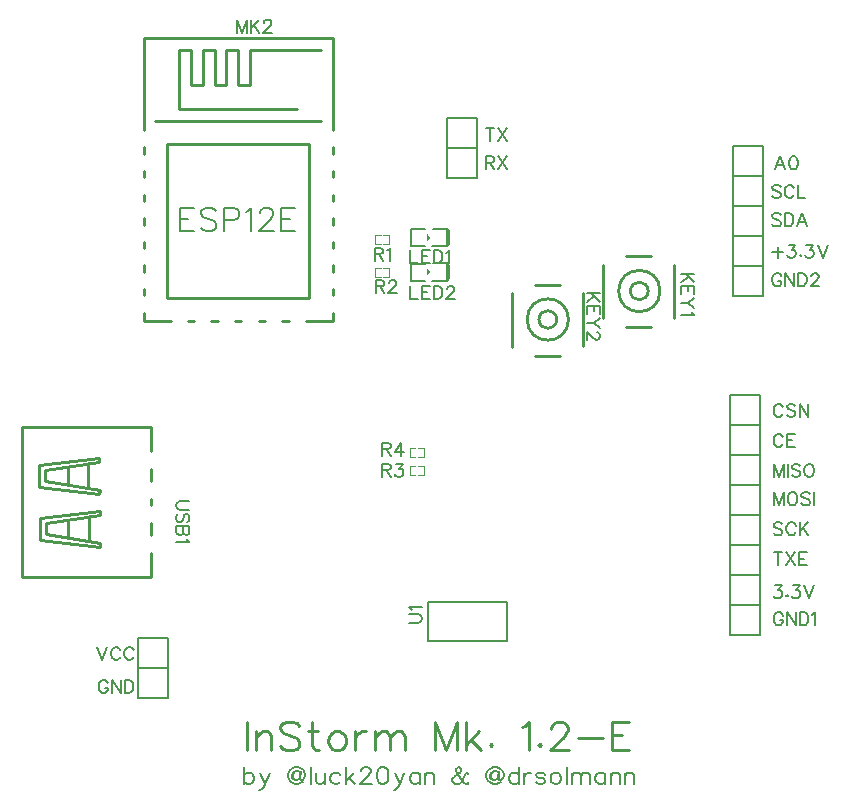
<source format=gto>
G04 Layer: TopSilkLayer*
G04 EasyEDA v6.3.43, 2020-06-06T13:29:47+03:00*
G04 6caa89d52f454e228c8c87a2f34c76c4,a7937f01353d4e2e93d7d76370f53aae,10*
G04 Gerber Generator version 0.2*
G04 Scale: 100 percent, Rotated: No, Reflected: No *
G04 Dimensions in inches *
G04 leading zeros omitted , absolute positions ,2 integer and 4 decimal *
%FSLAX24Y24*%
%MOIN*%
G90*
G70D02*

%ADD10C,0.010000*%
%ADD26C,0.008000*%
%ADD27C,0.007992*%
%ADD28C,0.005906*%
%ADD29C,0.007900*%
%ADD30C,0.003937*%
%ADD31C,0.006000*%

%LPD*%
G54D26*
G01X24750Y21150D02*
G01X23750Y21150D01*
G01X23750Y22150D01*
G01X24750Y22150D01*
G01X24750Y21400D01*
G54D27*
G01X24750Y21150D02*
G01X24750Y21400D01*
G54D10*
G01X4334Y9199D02*
G01X4334Y9599D01*
G01X4334Y11400D02*
G01X4334Y11000D01*
G01X4334Y10400D02*
G01X4334Y10200D01*
G01X4334Y12000D02*
G01X4334Y12800D01*
G01X34Y12800D01*
G01X34Y7800D01*
G01X4334Y7800D01*
G01X4334Y8600D01*
G01X2614Y10559D02*
G01X2634Y10680D01*
G01X824Y10989D01*
G01X824Y11359D01*
G01X2621Y11617D01*
G01X2611Y11748D01*
G01X624Y11519D01*
G01X624Y10789D01*
G01X2614Y10559D01*
G01X2254Y11580D02*
G01X2254Y10759D01*
G01X1564Y11450D02*
G01X1564Y10880D01*
G01X1584Y9689D02*
G01X1584Y9119D01*
G01X2274Y9819D02*
G01X2274Y9000D01*
G01X2634Y8800D02*
G01X644Y9030D01*
G01X644Y9759D01*
G01X2631Y9988D01*
G01X2641Y9857D01*
G01X844Y9600D01*
G01X844Y9230D01*
G01X2654Y8919D01*
G01X2634Y8800D01*
G54D28*
G01X13745Y19387D02*
G01X14198Y19387D01*
G01X14198Y18816D01*
G01X13726Y18816D01*
G01X13482Y18812D02*
G01X12994Y18812D01*
G01X12994Y19383D01*
G01X13482Y19383D01*
G01X14198Y19387D02*
G01X14210Y19387D01*
G01X14289Y19308D01*
G01X14289Y18907D01*
G01X14277Y18895D01*
G01X14198Y18816D01*
G01X13745Y18237D02*
G01X14198Y18237D01*
G01X14198Y17666D01*
G01X13726Y17666D01*
G01X13482Y17662D02*
G01X12994Y17662D01*
G01X12994Y18233D01*
G01X13482Y18233D01*
G01X14198Y18237D02*
G01X14210Y18237D01*
G01X14289Y18158D01*
G01X14289Y17757D01*
G01X14277Y17745D01*
G01X14198Y17666D01*
G54D10*
G01X21783Y18195D02*
G01X21783Y16433D01*
G01X21013Y16118D02*
G01X20190Y16118D01*
G01X21013Y18481D02*
G01X20190Y18481D01*
G01X19420Y18195D02*
G01X19420Y16404D01*
G01X18733Y17245D02*
G01X18733Y15483D01*
G01X17963Y15168D02*
G01X17140Y15168D01*
G01X17963Y17531D02*
G01X17140Y17531D01*
G01X16370Y17245D02*
G01X16370Y15454D01*
G54D29*
G01X13579Y6940D02*
G01X16217Y6940D01*
G01X16217Y5661D01*
G01X13579Y5661D01*
G01X13579Y6940D01*
G54D30*
G01X12286Y18900D02*
G01X12089Y18900D01*
G01X12286Y18900D02*
G01X12286Y19199D01*
G01X12286Y19199D02*
G01X12089Y19199D01*
G01X12010Y19199D02*
G01X11814Y19199D01*
G01X11814Y18900D02*
G01X11814Y19199D01*
G01X12010Y18900D02*
G01X11814Y18900D01*
G01X12286Y17800D02*
G01X12089Y17800D01*
G01X12286Y17800D02*
G01X12286Y18099D01*
G01X12286Y18099D02*
G01X12089Y18099D01*
G01X12010Y18099D02*
G01X11814Y18099D01*
G01X11814Y17800D02*
G01X11814Y18099D01*
G01X12010Y17800D02*
G01X11814Y17800D01*
G01X13436Y11200D02*
G01X13239Y11200D01*
G01X13436Y11200D02*
G01X13436Y11499D01*
G01X13436Y11499D02*
G01X13239Y11499D01*
G01X13160Y11499D02*
G01X12964Y11499D01*
G01X12964Y11200D02*
G01X12964Y11499D01*
G01X13160Y11200D02*
G01X12964Y11200D01*
G01X13436Y11800D02*
G01X13239Y11800D01*
G01X13436Y11800D02*
G01X13436Y12099D01*
G01X13436Y12099D02*
G01X13239Y12099D01*
G01X13160Y12099D02*
G01X12964Y12099D01*
G01X12964Y11800D02*
G01X12964Y12099D01*
G01X13160Y11800D02*
G01X12964Y11800D01*
G54D10*
G01X10399Y25752D02*
G01X4100Y25752D01*
G01X4493Y22996D02*
G01X10005Y22996D01*
G01X9218Y23389D02*
G01X5281Y23389D01*
G01X5281Y25358D01*
G01X5674Y25358D01*
G01X5674Y24177D01*
G01X6068Y24177D01*
G01X6068Y25358D01*
G01X6462Y25358D01*
G01X6462Y24177D01*
G01X6856Y24177D01*
G01X6856Y25358D01*
G01X7249Y25358D01*
G01X7249Y24177D01*
G01X7643Y24177D01*
G01X7643Y25358D01*
G01X10005Y25358D01*
G01X4887Y22208D02*
G01X4887Y17090D01*
G01X9611Y17090D01*
G01X9611Y22208D01*
G01X4887Y22208D01*
G01X10399Y16303D02*
G01X9505Y16303D01*
G01X8929Y16303D02*
G01X8718Y16303D01*
G01X8142Y16303D02*
G01X7930Y16303D01*
G01X7355Y16303D02*
G01X7143Y16303D01*
G01X6567Y16303D02*
G01X6356Y16303D01*
G01X5780Y16303D02*
G01X5569Y16303D01*
G01X4994Y16303D02*
G01X4100Y16303D01*
G01X4100Y16303D02*
G01X4100Y16597D01*
G01X4100Y17173D02*
G01X4100Y17384D01*
G01X4100Y17960D02*
G01X4100Y18172D01*
G01X4100Y18748D02*
G01X4100Y18959D01*
G01X4100Y19535D02*
G01X4100Y19747D01*
G01X4100Y20322D02*
G01X4100Y20534D01*
G01X4100Y21110D02*
G01X4100Y21321D01*
G01X4100Y21897D02*
G01X4100Y22109D01*
G01X4100Y22685D02*
G01X4100Y25752D01*
G01X10399Y25752D02*
G01X10399Y22685D01*
G01X10399Y22109D02*
G01X10399Y21897D01*
G01X10399Y21322D02*
G01X10399Y21110D01*
G01X10399Y20534D02*
G01X10399Y20322D01*
G01X10399Y19747D02*
G01X10399Y19535D01*
G01X10399Y18959D02*
G01X10399Y18748D01*
G01X10399Y18172D02*
G01X10399Y17960D01*
G01X10399Y17385D02*
G01X10399Y17173D01*
G01X10399Y16597D02*
G01X10399Y16337D01*
G54D26*
G01X24750Y17150D02*
G01X23750Y17150D01*
G01X23750Y18150D01*
G01X24750Y18150D01*
G01X24750Y17400D01*
G54D27*
G01X24750Y17150D02*
G01X24750Y17400D01*
G54D26*
G01X24750Y19150D02*
G01X23750Y19150D01*
G01X23750Y20150D01*
G01X24750Y20150D01*
G01X24750Y19400D01*
G54D27*
G01X24750Y19150D02*
G01X24750Y19400D01*
G54D26*
G01X24750Y20150D02*
G01X23750Y20150D01*
G01X23750Y21150D01*
G01X24750Y21150D01*
G01X24750Y20400D01*
G54D27*
G01X24750Y20150D02*
G01X24750Y20400D01*
G54D26*
G01X15200Y21100D02*
G01X14200Y21100D01*
G01X14200Y22100D01*
G01X15200Y22100D01*
G01X15200Y21350D01*
G54D27*
G01X15200Y21100D02*
G01X15200Y21350D01*
G54D26*
G01X15200Y22100D02*
G01X14200Y22100D01*
G01X14200Y23100D01*
G01X15200Y23100D01*
G01X15200Y22350D01*
G54D27*
G01X15200Y22100D02*
G01X15200Y22350D01*
G54D26*
G01X24750Y18150D02*
G01X23750Y18150D01*
G01X23750Y19150D01*
G01X24750Y19150D01*
G01X24750Y18400D01*
G54D27*
G01X24750Y18150D02*
G01X24750Y18400D01*
G54D26*
G01X24652Y10850D02*
G01X23652Y10850D01*
G01X23652Y11850D01*
G01X24652Y11850D01*
G01X24652Y11100D01*
G54D27*
G01X24652Y10850D02*
G01X24652Y11100D01*
G54D26*
G01X24652Y8850D02*
G01X23652Y8850D01*
G01X23652Y9850D01*
G01X24652Y9850D01*
G01X24652Y9100D01*
G54D27*
G01X24652Y8850D02*
G01X24652Y9100D01*
G54D26*
G01X24650Y11850D02*
G01X23650Y11850D01*
G01X23650Y12850D01*
G01X24650Y12850D01*
G01X24650Y12100D01*
G54D27*
G01X24650Y11850D02*
G01X24650Y12100D01*
G54D26*
G01X24650Y6850D02*
G01X23650Y6850D01*
G01X23650Y7850D01*
G01X24650Y7850D01*
G01X24650Y7100D01*
G54D27*
G01X24650Y6850D02*
G01X24650Y7100D01*
G54D26*
G01X24650Y5850D02*
G01X23650Y5850D01*
G01X23650Y6850D01*
G01X24650Y6850D01*
G01X24650Y6100D01*
G54D27*
G01X24650Y5850D02*
G01X24650Y6100D01*
G54D26*
G01X24650Y12850D02*
G01X23650Y12850D01*
G01X23650Y13850D01*
G01X24650Y13850D01*
G01X24650Y13100D01*
G54D27*
G01X24650Y12850D02*
G01X24650Y13100D01*
G54D26*
G01X24652Y9850D02*
G01X23652Y9850D01*
G01X23652Y10850D01*
G01X24652Y10850D01*
G01X24652Y10100D01*
G54D27*
G01X24652Y9850D02*
G01X24652Y10100D01*
G54D26*
G01X24652Y7850D02*
G01X23652Y7850D01*
G01X23652Y8850D01*
G01X24652Y8850D01*
G01X24652Y8100D01*
G54D27*
G01X24652Y7850D02*
G01X24652Y8100D01*
G54D26*
G01X4900Y3750D02*
G01X3900Y3750D01*
G01X3900Y4750D01*
G01X4900Y4750D01*
G01X4900Y4000D01*
G54D27*
G01X4900Y3750D02*
G01X4900Y4000D01*
G54D26*
G01X4900Y4750D02*
G01X3900Y4750D01*
G01X3900Y5750D01*
G01X4900Y5750D01*
G01X4900Y5000D01*
G54D27*
G01X4900Y4750D02*
G01X4900Y5000D01*
G54D10*
G01X7550Y2959D02*
G01X7550Y2005D01*
G01X7850Y2640D02*
G01X7850Y2005D01*
G01X7850Y2459D02*
G01X7987Y2594D01*
G01X8078Y2640D01*
G01X8214Y2640D01*
G01X8305Y2594D01*
G01X8350Y2459D01*
G01X8350Y2005D01*
G01X9287Y2823D02*
G01X9196Y2913D01*
G01X9059Y2959D01*
G01X8878Y2959D01*
G01X8741Y2913D01*
G01X8650Y2823D01*
G01X8650Y2732D01*
G01X8696Y2640D01*
G01X8741Y2594D01*
G01X8832Y2550D01*
G01X9105Y2459D01*
G01X9196Y2413D01*
G01X9241Y2367D01*
G01X9287Y2276D01*
G01X9287Y2140D01*
G01X9196Y2050D01*
G01X9059Y2005D01*
G01X8878Y2005D01*
G01X8741Y2050D01*
G01X8650Y2140D01*
G01X9723Y2959D02*
G01X9723Y2186D01*
G01X9768Y2050D01*
G01X9859Y2005D01*
G01X9950Y2005D01*
G01X9587Y2640D02*
G01X9905Y2640D01*
G01X10478Y2640D02*
G01X10387Y2594D01*
G01X10296Y2505D01*
G01X10250Y2367D01*
G01X10250Y2276D01*
G01X10296Y2140D01*
G01X10387Y2050D01*
G01X10478Y2005D01*
G01X10614Y2005D01*
G01X10705Y2050D01*
G01X10796Y2140D01*
G01X10841Y2276D01*
G01X10841Y2367D01*
G01X10796Y2505D01*
G01X10705Y2594D01*
G01X10614Y2640D01*
G01X10478Y2640D01*
G01X11141Y2640D02*
G01X11141Y2005D01*
G01X11141Y2367D02*
G01X11187Y2505D01*
G01X11278Y2594D01*
G01X11368Y2640D01*
G01X11505Y2640D01*
G01X11805Y2640D02*
G01X11805Y2005D01*
G01X11805Y2459D02*
G01X11941Y2594D01*
G01X12032Y2640D01*
G01X12168Y2640D01*
G01X12259Y2594D01*
G01X12305Y2459D01*
G01X12305Y2005D01*
G01X12305Y2459D02*
G01X12441Y2594D01*
G01X12532Y2640D01*
G01X12668Y2640D01*
G01X12759Y2594D01*
G01X12805Y2459D01*
G01X12805Y2005D01*
G01X13805Y2959D02*
G01X13805Y2005D01*
G01X13805Y2959D02*
G01X14168Y2005D01*
G01X14532Y2959D02*
G01X14168Y2005D01*
G01X14532Y2959D02*
G01X14532Y2005D01*
G01X14832Y2959D02*
G01X14832Y2005D01*
G01X15287Y2640D02*
G01X14832Y2186D01*
G01X15014Y2367D02*
G01X15332Y2005D01*
G01X15678Y2232D02*
G01X15632Y2186D01*
G01X15678Y2140D01*
G01X15723Y2186D01*
G01X15678Y2232D01*
G01X16723Y2776D02*
G01X16814Y2823D01*
G01X16950Y2959D01*
G01X16950Y2005D01*
G01X17296Y2232D02*
G01X17250Y2186D01*
G01X17296Y2140D01*
G01X17341Y2186D01*
G01X17296Y2232D01*
G01X17687Y2732D02*
G01X17687Y2776D01*
G01X17732Y2867D01*
G01X17778Y2913D01*
G01X17868Y2959D01*
G01X18050Y2959D01*
G01X18141Y2913D01*
G01X18187Y2867D01*
G01X18232Y2776D01*
G01X18232Y2686D01*
G01X18187Y2594D01*
G01X18096Y2459D01*
G01X17641Y2005D01*
G01X18278Y2005D01*
G01X18578Y2413D02*
G01X19396Y2413D01*
G01X19696Y2959D02*
G01X19696Y2005D01*
G01X19696Y2959D02*
G01X20287Y2959D01*
G01X19696Y2505D02*
G01X20059Y2505D01*
G01X19696Y2005D02*
G01X20287Y2005D01*
G54D31*
G01X7450Y1455D02*
G01X7450Y882D01*
G01X7450Y1182D02*
G01X7505Y1236D01*
G01X7559Y1265D01*
G01X7641Y1265D01*
G01X7696Y1236D01*
G01X7750Y1182D01*
G01X7778Y1101D01*
G01X7778Y1046D01*
G01X7750Y965D01*
G01X7696Y909D01*
G01X7641Y882D01*
G01X7559Y882D01*
G01X7505Y909D01*
G01X7450Y965D01*
G01X7985Y1265D02*
G01X8148Y882D01*
G01X8312Y1265D02*
G01X8148Y882D01*
G01X8094Y773D01*
G01X8039Y719D01*
G01X7985Y692D01*
G01X7958Y692D01*
G01X9321Y1236D02*
G01X9294Y1292D01*
G01X9239Y1319D01*
G01X9158Y1319D01*
G01X9103Y1292D01*
G01X9076Y1265D01*
G01X9048Y1182D01*
G01X9048Y1101D01*
G01X9076Y1046D01*
G01X9130Y1019D01*
G01X9212Y1019D01*
G01X9267Y1046D01*
G01X9294Y1101D01*
G01X9158Y1319D02*
G01X9103Y1265D01*
G01X9076Y1182D01*
G01X9076Y1101D01*
G01X9103Y1046D01*
G01X9130Y1019D01*
G01X9321Y1319D02*
G01X9294Y1101D01*
G01X9294Y1046D01*
G01X9348Y1019D01*
G01X9403Y1019D01*
G01X9458Y1073D01*
G01X9485Y1155D01*
G01X9485Y1209D01*
G01X9458Y1292D01*
G01X9430Y1346D01*
G01X9376Y1401D01*
G01X9321Y1428D01*
G01X9239Y1455D01*
G01X9158Y1455D01*
G01X9076Y1428D01*
G01X9021Y1401D01*
G01X8967Y1346D01*
G01X8939Y1292D01*
G01X8912Y1209D01*
G01X8912Y1128D01*
G01X8939Y1046D01*
G01X8967Y992D01*
G01X9021Y936D01*
G01X9076Y909D01*
G01X9158Y882D01*
G01X9239Y882D01*
G01X9321Y909D01*
G01X9376Y936D01*
G01X9403Y965D01*
G01X9348Y1319D02*
G01X9321Y1101D01*
G01X9321Y1046D01*
G01X9348Y1019D01*
G01X9665Y1455D02*
G01X9665Y882D01*
G01X9845Y1265D02*
G01X9845Y992D01*
G01X9872Y909D01*
G01X9927Y882D01*
G01X10008Y882D01*
G01X10063Y909D01*
G01X10145Y992D01*
G01X10145Y1265D02*
G01X10145Y882D01*
G01X10652Y1182D02*
G01X10598Y1236D01*
G01X10543Y1265D01*
G01X10461Y1265D01*
G01X10407Y1236D01*
G01X10352Y1182D01*
G01X10325Y1101D01*
G01X10325Y1046D01*
G01X10352Y965D01*
G01X10407Y909D01*
G01X10461Y882D01*
G01X10543Y882D01*
G01X10598Y909D01*
G01X10652Y965D01*
G01X10832Y1455D02*
G01X10832Y882D01*
G01X11105Y1265D02*
G01X10832Y992D01*
G01X10941Y1101D02*
G01X11132Y882D01*
G01X11339Y1319D02*
G01X11339Y1346D01*
G01X11367Y1401D01*
G01X11394Y1428D01*
G01X11448Y1455D01*
G01X11558Y1455D01*
G01X11612Y1428D01*
G01X11639Y1401D01*
G01X11667Y1346D01*
G01X11667Y1292D01*
G01X11639Y1236D01*
G01X11585Y1155D01*
G01X11312Y882D01*
G01X11694Y882D01*
G01X12038Y1455D02*
G01X11956Y1428D01*
G01X11901Y1346D01*
G01X11874Y1209D01*
G01X11874Y1128D01*
G01X11901Y992D01*
G01X11956Y909D01*
G01X12038Y882D01*
G01X12092Y882D01*
G01X12174Y909D01*
G01X12228Y992D01*
G01X12256Y1128D01*
G01X12256Y1209D01*
G01X12228Y1346D01*
G01X12174Y1428D01*
G01X12092Y1455D01*
G01X12038Y1455D01*
G01X12463Y1265D02*
G01X12627Y882D01*
G01X12790Y1265D02*
G01X12627Y882D01*
G01X12572Y773D01*
G01X12518Y719D01*
G01X12463Y692D01*
G01X12436Y692D01*
G01X13298Y1265D02*
G01X13298Y882D01*
G01X13298Y1182D02*
G01X13243Y1236D01*
G01X13188Y1265D01*
G01X13107Y1265D01*
G01X13052Y1236D01*
G01X12998Y1182D01*
G01X12970Y1101D01*
G01X12970Y1046D01*
G01X12998Y965D01*
G01X13052Y909D01*
G01X13107Y882D01*
G01X13188Y882D01*
G01X13243Y909D01*
G01X13298Y965D01*
G01X13478Y1265D02*
G01X13478Y882D01*
G01X13478Y1155D02*
G01X13559Y1236D01*
G01X13614Y1265D01*
G01X13696Y1265D01*
G01X13750Y1236D01*
G01X13778Y1155D01*
G01X13778Y882D01*
G01X14923Y1209D02*
G01X14923Y1236D01*
G01X14896Y1265D01*
G01X14868Y1265D01*
G01X14841Y1236D01*
G01X14814Y1182D01*
G01X14759Y1046D01*
G01X14705Y965D01*
G01X14650Y909D01*
G01X14596Y882D01*
G01X14487Y882D01*
G01X14432Y909D01*
G01X14405Y936D01*
G01X14378Y992D01*
G01X14378Y1046D01*
G01X14405Y1101D01*
G01X14432Y1128D01*
G01X14623Y1236D01*
G01X14650Y1265D01*
G01X14678Y1319D01*
G01X14678Y1373D01*
G01X14650Y1428D01*
G01X14596Y1455D01*
G01X14541Y1428D01*
G01X14514Y1373D01*
G01X14514Y1319D01*
G01X14541Y1236D01*
G01X14596Y1155D01*
G01X14732Y965D01*
G01X14787Y909D01*
G01X14841Y882D01*
G01X14896Y882D01*
G01X14923Y909D01*
G01X14923Y936D01*
G01X15932Y1236D02*
G01X15905Y1292D01*
G01X15850Y1319D01*
G01X15768Y1319D01*
G01X15714Y1292D01*
G01X15687Y1265D01*
G01X15659Y1182D01*
G01X15659Y1101D01*
G01X15687Y1046D01*
G01X15741Y1019D01*
G01X15823Y1019D01*
G01X15878Y1046D01*
G01X15905Y1101D01*
G01X15768Y1319D02*
G01X15714Y1265D01*
G01X15687Y1182D01*
G01X15687Y1101D01*
G01X15714Y1046D01*
G01X15741Y1019D01*
G01X15932Y1319D02*
G01X15905Y1101D01*
G01X15905Y1046D01*
G01X15959Y1019D01*
G01X16014Y1019D01*
G01X16068Y1073D01*
G01X16096Y1155D01*
G01X16096Y1209D01*
G01X16068Y1292D01*
G01X16041Y1346D01*
G01X15987Y1401D01*
G01X15932Y1428D01*
G01X15850Y1455D01*
G01X15768Y1455D01*
G01X15687Y1428D01*
G01X15632Y1401D01*
G01X15578Y1346D01*
G01X15550Y1292D01*
G01X15523Y1209D01*
G01X15523Y1128D01*
G01X15550Y1046D01*
G01X15578Y992D01*
G01X15632Y936D01*
G01X15687Y909D01*
G01X15768Y882D01*
G01X15850Y882D01*
G01X15932Y909D01*
G01X15987Y936D01*
G01X16014Y965D01*
G01X15959Y1319D02*
G01X15932Y1101D01*
G01X15932Y1046D01*
G01X15959Y1019D01*
G01X16603Y1455D02*
G01X16603Y882D01*
G01X16603Y1182D02*
G01X16548Y1236D01*
G01X16494Y1265D01*
G01X16412Y1265D01*
G01X16358Y1236D01*
G01X16303Y1182D01*
G01X16276Y1101D01*
G01X16276Y1046D01*
G01X16303Y965D01*
G01X16358Y909D01*
G01X16412Y882D01*
G01X16494Y882D01*
G01X16548Y909D01*
G01X16603Y965D01*
G01X16783Y1265D02*
G01X16783Y882D01*
G01X16783Y1101D02*
G01X16810Y1182D01*
G01X16865Y1236D01*
G01X16919Y1265D01*
G01X17001Y1265D01*
G01X17481Y1182D02*
G01X17454Y1236D01*
G01X17372Y1265D01*
G01X17290Y1265D01*
G01X17208Y1236D01*
G01X17181Y1182D01*
G01X17208Y1128D01*
G01X17263Y1101D01*
G01X17399Y1073D01*
G01X17454Y1046D01*
G01X17481Y992D01*
G01X17481Y965D01*
G01X17454Y909D01*
G01X17372Y882D01*
G01X17290Y882D01*
G01X17208Y909D01*
G01X17181Y965D01*
G01X17798Y1265D02*
G01X17743Y1236D01*
G01X17688Y1182D01*
G01X17661Y1101D01*
G01X17661Y1046D01*
G01X17688Y965D01*
G01X17743Y909D01*
G01X17798Y882D01*
G01X17879Y882D01*
G01X17934Y909D01*
G01X17988Y965D01*
G01X18016Y1046D01*
G01X18016Y1101D01*
G01X17988Y1182D01*
G01X17934Y1236D01*
G01X17879Y1265D01*
G01X17798Y1265D01*
G01X18196Y1455D02*
G01X18196Y882D01*
G01X18376Y1265D02*
G01X18376Y882D01*
G01X18376Y1155D02*
G01X18458Y1236D01*
G01X18512Y1265D01*
G01X18594Y1265D01*
G01X18648Y1236D01*
G01X18676Y1155D01*
G01X18676Y882D01*
G01X18676Y1155D02*
G01X18758Y1236D01*
G01X18812Y1265D01*
G01X18894Y1265D01*
G01X18948Y1236D01*
G01X18976Y1155D01*
G01X18976Y882D01*
G01X19483Y1265D02*
G01X19483Y882D01*
G01X19483Y1182D02*
G01X19428Y1236D01*
G01X19374Y1265D01*
G01X19292Y1265D01*
G01X19238Y1236D01*
G01X19183Y1182D01*
G01X19156Y1101D01*
G01X19156Y1046D01*
G01X19183Y965D01*
G01X19238Y909D01*
G01X19292Y882D01*
G01X19374Y882D01*
G01X19428Y909D01*
G01X19483Y965D01*
G01X19663Y1265D02*
G01X19663Y882D01*
G01X19663Y1155D02*
G01X19745Y1236D01*
G01X19799Y1265D01*
G01X19881Y1265D01*
G01X19936Y1236D01*
G01X19963Y1155D01*
G01X19963Y882D01*
G01X20143Y1265D02*
G01X20143Y882D01*
G01X20143Y1155D02*
G01X20225Y1236D01*
G01X20279Y1265D01*
G01X20361Y1265D01*
G01X20416Y1236D01*
G01X20443Y1155D01*
G01X20443Y882D01*
G01X25314Y21803D02*
G01X25150Y21375D01*
G01X25314Y21803D02*
G01X25478Y21375D01*
G01X25212Y21517D02*
G01X25416Y21517D01*
G01X25735Y21803D02*
G01X25674Y21784D01*
G01X25633Y21721D01*
G01X25613Y21619D01*
G01X25613Y21559D01*
G01X25633Y21455D01*
G01X25674Y21394D01*
G01X25735Y21375D01*
G01X25776Y21375D01*
G01X25838Y21394D01*
G01X25878Y21455D01*
G01X25899Y21559D01*
G01X25899Y21619D01*
G01X25878Y21721D01*
G01X25838Y21784D01*
G01X25776Y21803D01*
G01X25735Y21803D01*
G01X5620Y10319D02*
G01X5313Y10319D01*
G01X5252Y10299D01*
G01X5211Y10258D01*
G01X5191Y10196D01*
G01X5191Y10155D01*
G01X5211Y10094D01*
G01X5252Y10053D01*
G01X5313Y10033D01*
G01X5620Y10033D01*
G01X5559Y9611D02*
G01X5600Y9652D01*
G01X5620Y9714D01*
G01X5620Y9795D01*
G01X5600Y9857D01*
G01X5559Y9898D01*
G01X5518Y9898D01*
G01X5477Y9877D01*
G01X5456Y9857D01*
G01X5436Y9816D01*
G01X5395Y9693D01*
G01X5375Y9652D01*
G01X5354Y9632D01*
G01X5313Y9611D01*
G01X5252Y9611D01*
G01X5211Y9652D01*
G01X5191Y9714D01*
G01X5191Y9795D01*
G01X5211Y9857D01*
G01X5252Y9898D01*
G01X5620Y9476D02*
G01X5191Y9476D01*
G01X5620Y9476D02*
G01X5620Y9292D01*
G01X5600Y9231D01*
G01X5579Y9210D01*
G01X5538Y9190D01*
G01X5497Y9190D01*
G01X5456Y9210D01*
G01X5436Y9231D01*
G01X5416Y9292D01*
G01X5416Y9476D02*
G01X5416Y9292D01*
G01X5395Y9231D01*
G01X5375Y9210D01*
G01X5334Y9190D01*
G01X5272Y9190D01*
G01X5231Y9210D01*
G01X5211Y9231D01*
G01X5191Y9292D01*
G01X5191Y9476D01*
G01X5538Y9055D02*
G01X5559Y9014D01*
G01X5620Y8953D01*
G01X5191Y8953D01*
G01X12984Y18678D02*
G01X12984Y18250D01*
G01X12984Y18250D02*
G01X13229Y18250D01*
G01X13364Y18678D02*
G01X13364Y18250D01*
G01X13364Y18678D02*
G01X13630Y18678D01*
G01X13364Y18475D02*
G01X13528Y18475D01*
G01X13364Y18250D02*
G01X13630Y18250D01*
G01X13765Y18678D02*
G01X13765Y18250D01*
G01X13765Y18678D02*
G01X13909Y18678D01*
G01X13970Y18659D01*
G01X14011Y18617D01*
G01X14031Y18577D01*
G01X14052Y18515D01*
G01X14052Y18413D01*
G01X14031Y18352D01*
G01X14011Y18311D01*
G01X13970Y18269D01*
G01X13909Y18250D01*
G01X13765Y18250D01*
G01X14187Y18596D02*
G01X14228Y18617D01*
G01X14289Y18678D01*
G01X14289Y18250D01*
G01X12984Y17478D02*
G01X12984Y17050D01*
G01X12984Y17050D02*
G01X13229Y17050D01*
G01X13364Y17478D02*
G01X13364Y17050D01*
G01X13364Y17478D02*
G01X13630Y17478D01*
G01X13364Y17275D02*
G01X13528Y17275D01*
G01X13364Y17050D02*
G01X13630Y17050D01*
G01X13765Y17478D02*
G01X13765Y17050D01*
G01X13765Y17478D02*
G01X13909Y17478D01*
G01X13970Y17459D01*
G01X14011Y17417D01*
G01X14031Y17377D01*
G01X14052Y17315D01*
G01X14052Y17213D01*
G01X14031Y17152D01*
G01X14011Y17111D01*
G01X13970Y17069D01*
G01X13909Y17050D01*
G01X13765Y17050D01*
G01X14207Y17377D02*
G01X14207Y17396D01*
G01X14228Y17438D01*
G01X14248Y17459D01*
G01X14289Y17478D01*
G01X14371Y17478D01*
G01X14412Y17459D01*
G01X14432Y17438D01*
G01X14453Y17396D01*
G01X14453Y17355D01*
G01X14432Y17315D01*
G01X14391Y17253D01*
G01X14187Y17050D01*
G01X14473Y17050D01*
G01X22454Y17900D02*
G01X22025Y17900D01*
G01X22454Y17613D02*
G01X22168Y17900D01*
G01X22270Y17798D02*
G01X22025Y17613D01*
G01X22454Y17478D02*
G01X22025Y17478D01*
G01X22454Y17478D02*
G01X22454Y17213D01*
G01X22250Y17478D02*
G01X22250Y17315D01*
G01X22025Y17478D02*
G01X22025Y17213D01*
G01X22454Y17078D02*
G01X22250Y16913D01*
G01X22025Y16913D01*
G01X22454Y16750D02*
G01X22250Y16913D01*
G01X22372Y16615D02*
G01X22393Y16575D01*
G01X22454Y16513D01*
G01X22025Y16513D01*
G01X19304Y17250D02*
G01X18875Y17250D01*
G01X19304Y16963D02*
G01X19018Y17250D01*
G01X19120Y17148D02*
G01X18875Y16963D01*
G01X19304Y16828D02*
G01X18875Y16828D01*
G01X19304Y16828D02*
G01X19304Y16563D01*
G01X19100Y16828D02*
G01X19100Y16665D01*
G01X18875Y16828D02*
G01X18875Y16563D01*
G01X19304Y16428D02*
G01X19100Y16263D01*
G01X18875Y16263D01*
G01X19304Y16100D02*
G01X19100Y16263D01*
G01X19202Y15944D02*
G01X19222Y15944D01*
G01X19263Y15925D01*
G01X19284Y15903D01*
G01X19304Y15863D01*
G01X19304Y15780D01*
G01X19284Y15740D01*
G01X19263Y15719D01*
G01X19222Y15700D01*
G01X19181Y15700D01*
G01X19140Y15719D01*
G01X19079Y15761D01*
G01X18875Y15965D01*
G01X18875Y15678D01*
G01X12951Y6259D02*
G01X13258Y6259D01*
G01X13319Y6280D01*
G01X13360Y6321D01*
G01X13380Y6382D01*
G01X13380Y6423D01*
G01X13360Y6484D01*
G01X13319Y6526D01*
G01X13258Y6546D01*
G01X12951Y6546D01*
G01X13033Y6680D02*
G01X13012Y6721D01*
G01X12951Y6784D01*
G01X13380Y6784D01*
G01X11800Y18753D02*
G01X11800Y18325D01*
G01X11800Y18753D02*
G01X11984Y18753D01*
G01X12045Y18734D01*
G01X12066Y18713D01*
G01X12086Y18671D01*
G01X12086Y18630D01*
G01X12066Y18590D01*
G01X12045Y18569D01*
G01X11984Y18550D01*
G01X11800Y18550D01*
G01X11943Y18550D02*
G01X12086Y18325D01*
G01X12221Y18671D02*
G01X12262Y18692D01*
G01X12324Y18753D01*
G01X12324Y18325D01*
G01X11834Y17678D02*
G01X11834Y17250D01*
G01X11834Y17678D02*
G01X12018Y17678D01*
G01X12079Y17659D01*
G01X12100Y17638D01*
G01X12120Y17596D01*
G01X12120Y17555D01*
G01X12100Y17515D01*
G01X12079Y17494D01*
G01X12018Y17475D01*
G01X11834Y17475D01*
G01X11977Y17475D02*
G01X12120Y17250D01*
G01X12276Y17577D02*
G01X12276Y17596D01*
G01X12296Y17638D01*
G01X12317Y17659D01*
G01X12358Y17678D01*
G01X12439Y17678D01*
G01X12480Y17659D01*
G01X12501Y17638D01*
G01X12521Y17596D01*
G01X12521Y17555D01*
G01X12501Y17515D01*
G01X12460Y17453D01*
G01X12255Y17250D01*
G01X12542Y17250D01*
G01X12050Y11553D02*
G01X12050Y11125D01*
G01X12050Y11553D02*
G01X12234Y11553D01*
G01X12295Y11534D01*
G01X12316Y11513D01*
G01X12336Y11471D01*
G01X12336Y11430D01*
G01X12316Y11390D01*
G01X12295Y11369D01*
G01X12234Y11350D01*
G01X12050Y11350D01*
G01X12193Y11350D02*
G01X12336Y11125D01*
G01X12512Y11553D02*
G01X12737Y11553D01*
G01X12615Y11390D01*
G01X12676Y11390D01*
G01X12717Y11369D01*
G01X12737Y11350D01*
G01X12758Y11288D01*
G01X12758Y11246D01*
G01X12737Y11186D01*
G01X12696Y11144D01*
G01X12635Y11125D01*
G01X12574Y11125D01*
G01X12512Y11144D01*
G01X12492Y11165D01*
G01X12471Y11205D01*
G01X12050Y12253D02*
G01X12050Y11825D01*
G01X12050Y12253D02*
G01X12234Y12253D01*
G01X12295Y12234D01*
G01X12316Y12213D01*
G01X12336Y12171D01*
G01X12336Y12130D01*
G01X12316Y12090D01*
G01X12295Y12069D01*
G01X12234Y12050D01*
G01X12050Y12050D01*
G01X12193Y12050D02*
G01X12336Y11825D01*
G01X12676Y12253D02*
G01X12471Y11967D01*
G01X12778Y11967D01*
G01X12676Y12253D02*
G01X12676Y11825D01*
G01X7200Y26356D02*
G01X7200Y25927D01*
G01X7200Y26356D02*
G01X7364Y25927D01*
G01X7527Y26356D02*
G01X7364Y25927D01*
G01X7527Y26356D02*
G01X7527Y25927D01*
G01X7662Y26356D02*
G01X7662Y25927D01*
G01X7949Y26356D02*
G01X7662Y26070D01*
G01X7765Y26172D02*
G01X7949Y25927D01*
G01X8104Y26254D02*
G01X8104Y26274D01*
G01X8125Y26315D01*
G01X8145Y26336D01*
G01X8186Y26356D01*
G01X8268Y26356D01*
G01X8309Y26336D01*
G01X8329Y26315D01*
G01X8350Y26274D01*
G01X8350Y26233D01*
G01X8329Y26192D01*
G01X8288Y26131D01*
G01X8084Y25927D01*
G01X8370Y25927D01*
G54D26*
G01X5300Y20086D02*
G01X5300Y19323D01*
G01X5300Y20086D02*
G01X5773Y20086D01*
G01X5300Y19723D02*
G01X5591Y19723D01*
G01X5300Y19323D02*
G01X5773Y19323D01*
G01X6522Y19977D02*
G01X6449Y20050D01*
G01X6340Y20086D01*
G01X6195Y20086D01*
G01X6085Y20050D01*
G01X6013Y19977D01*
G01X6013Y19905D01*
G01X6049Y19832D01*
G01X6085Y19795D01*
G01X6158Y19759D01*
G01X6376Y19686D01*
G01X6449Y19650D01*
G01X6485Y19614D01*
G01X6522Y19541D01*
G01X6522Y19432D01*
G01X6449Y19359D01*
G01X6340Y19323D01*
G01X6195Y19323D01*
G01X6085Y19359D01*
G01X6013Y19432D01*
G01X6762Y20086D02*
G01X6762Y19323D01*
G01X6762Y20086D02*
G01X7089Y20086D01*
G01X7198Y20050D01*
G01X7235Y20014D01*
G01X7271Y19941D01*
G01X7271Y19832D01*
G01X7235Y19759D01*
G01X7198Y19723D01*
G01X7089Y19686D01*
G01X6762Y19686D01*
G01X7511Y19941D02*
G01X7584Y19977D01*
G01X7693Y20086D01*
G01X7693Y19323D01*
G01X7969Y19905D02*
G01X7969Y19941D01*
G01X8005Y20014D01*
G01X8042Y20050D01*
G01X8115Y20086D01*
G01X8260Y20086D01*
G01X8333Y20050D01*
G01X8369Y20014D01*
G01X8405Y19941D01*
G01X8405Y19868D01*
G01X8369Y19795D01*
G01X8296Y19686D01*
G01X7933Y19323D01*
G01X8442Y19323D01*
G01X8682Y20086D02*
G01X8682Y19323D01*
G01X8682Y20086D02*
G01X9155Y20086D01*
G01X8682Y19723D02*
G01X8973Y19723D01*
G01X8682Y19323D02*
G01X9155Y19323D01*
G54D31*
G01X25357Y17802D02*
G01X25337Y17842D01*
G01X25296Y17884D01*
G01X25255Y17903D01*
G01X25173Y17903D01*
G01X25132Y17884D01*
G01X25092Y17842D01*
G01X25071Y17802D01*
G01X25051Y17740D01*
G01X25051Y17638D01*
G01X25071Y17577D01*
G01X25092Y17536D01*
G01X25132Y17494D01*
G01X25173Y17475D01*
G01X25255Y17475D01*
G01X25296Y17494D01*
G01X25337Y17536D01*
G01X25357Y17577D01*
G01X25357Y17638D01*
G01X25255Y17638D02*
G01X25357Y17638D01*
G01X25492Y17903D02*
G01X25492Y17475D01*
G01X25492Y17903D02*
G01X25779Y17475D01*
G01X25779Y17903D02*
G01X25779Y17475D01*
G01X25914Y17903D02*
G01X25914Y17475D01*
G01X25914Y17903D02*
G01X26057Y17903D01*
G01X26118Y17884D01*
G01X26159Y17842D01*
G01X26180Y17802D01*
G01X26200Y17740D01*
G01X26200Y17638D01*
G01X26180Y17577D01*
G01X26159Y17536D01*
G01X26118Y17494D01*
G01X26057Y17475D01*
G01X25914Y17475D01*
G01X26356Y17802D02*
G01X26356Y17821D01*
G01X26376Y17863D01*
G01X26397Y17884D01*
G01X26437Y17903D01*
G01X26519Y17903D01*
G01X26560Y17884D01*
G01X26581Y17863D01*
G01X26601Y17821D01*
G01X26601Y17780D01*
G01X26581Y17740D01*
G01X26540Y17678D01*
G01X26335Y17475D01*
G01X26622Y17475D01*
G01X25337Y19842D02*
G01X25296Y19884D01*
G01X25234Y19903D01*
G01X25153Y19903D01*
G01X25091Y19884D01*
G01X25050Y19842D01*
G01X25050Y19802D01*
G01X25071Y19761D01*
G01X25091Y19740D01*
G01X25132Y19719D01*
G01X25255Y19678D01*
G01X25296Y19659D01*
G01X25316Y19638D01*
G01X25337Y19596D01*
G01X25337Y19536D01*
G01X25296Y19494D01*
G01X25234Y19475D01*
G01X25153Y19475D01*
G01X25091Y19494D01*
G01X25050Y19536D01*
G01X25472Y19903D02*
G01X25472Y19475D01*
G01X25472Y19903D02*
G01X25615Y19903D01*
G01X25676Y19884D01*
G01X25717Y19842D01*
G01X25738Y19802D01*
G01X25758Y19740D01*
G01X25758Y19638D01*
G01X25738Y19577D01*
G01X25717Y19536D01*
G01X25676Y19494D01*
G01X25615Y19475D01*
G01X25472Y19475D01*
G01X26057Y19903D02*
G01X25893Y19475D01*
G01X26057Y19903D02*
G01X26220Y19475D01*
G01X25954Y19617D02*
G01X26159Y19617D01*
G01X25337Y20792D02*
G01X25296Y20834D01*
G01X25234Y20853D01*
G01X25153Y20853D01*
G01X25091Y20834D01*
G01X25050Y20792D01*
G01X25050Y20752D01*
G01X25071Y20711D01*
G01X25091Y20690D01*
G01X25132Y20669D01*
G01X25255Y20628D01*
G01X25296Y20609D01*
G01X25316Y20588D01*
G01X25337Y20546D01*
G01X25337Y20486D01*
G01X25296Y20444D01*
G01X25234Y20425D01*
G01X25153Y20425D01*
G01X25091Y20444D01*
G01X25050Y20486D01*
G01X25778Y20752D02*
G01X25758Y20792D01*
G01X25717Y20834D01*
G01X25676Y20853D01*
G01X25594Y20853D01*
G01X25553Y20834D01*
G01X25513Y20792D01*
G01X25492Y20752D01*
G01X25472Y20690D01*
G01X25472Y20588D01*
G01X25492Y20527D01*
G01X25513Y20486D01*
G01X25553Y20444D01*
G01X25594Y20425D01*
G01X25676Y20425D01*
G01X25717Y20444D01*
G01X25758Y20486D01*
G01X25778Y20527D01*
G01X25913Y20853D02*
G01X25913Y20425D01*
G01X25913Y20425D02*
G01X26159Y20425D01*
G01X15500Y21803D02*
G01X15500Y21375D01*
G01X15500Y21803D02*
G01X15684Y21803D01*
G01X15746Y21784D01*
G01X15766Y21763D01*
G01X15787Y21721D01*
G01X15787Y21680D01*
G01X15766Y21640D01*
G01X15746Y21619D01*
G01X15684Y21600D01*
G01X15500Y21600D01*
G01X15643Y21600D02*
G01X15787Y21375D01*
G01X15922Y21803D02*
G01X16208Y21375D01*
G01X16208Y21803D02*
G01X15922Y21375D01*
G01X15643Y22753D02*
G01X15643Y22325D01*
G01X15500Y22753D02*
G01X15787Y22753D01*
G01X15922Y22753D02*
G01X16208Y22325D01*
G01X16208Y22753D02*
G01X15922Y22325D01*
G01X25234Y18792D02*
G01X25234Y18425D01*
G01X25050Y18609D02*
G01X25418Y18609D01*
G01X25594Y18853D02*
G01X25819Y18853D01*
G01X25697Y18690D01*
G01X25758Y18690D01*
G01X25799Y18669D01*
G01X25819Y18650D01*
G01X25840Y18588D01*
G01X25840Y18546D01*
G01X25819Y18486D01*
G01X25778Y18444D01*
G01X25717Y18425D01*
G01X25656Y18425D01*
G01X25594Y18444D01*
G01X25574Y18465D01*
G01X25553Y18505D01*
G01X25995Y18527D02*
G01X25975Y18505D01*
G01X25995Y18486D01*
G01X26016Y18505D01*
G01X25995Y18527D01*
G01X26192Y18853D02*
G01X26417Y18853D01*
G01X26294Y18690D01*
G01X26355Y18690D01*
G01X26396Y18669D01*
G01X26417Y18650D01*
G01X26437Y18588D01*
G01X26437Y18546D01*
G01X26417Y18486D01*
G01X26376Y18444D01*
G01X26314Y18425D01*
G01X26253Y18425D01*
G01X26192Y18444D01*
G01X26171Y18465D01*
G01X26151Y18505D01*
G01X26572Y18853D02*
G01X26736Y18425D01*
G01X26899Y18853D02*
G01X26736Y18425D01*
G01X25100Y11553D02*
G01X25100Y11125D01*
G01X25100Y11553D02*
G01X25264Y11125D01*
G01X25428Y11553D02*
G01X25264Y11125D01*
G01X25428Y11553D02*
G01X25428Y11125D01*
G01X25563Y11553D02*
G01X25563Y11125D01*
G01X25984Y11492D02*
G01X25943Y11534D01*
G01X25882Y11553D01*
G01X25800Y11553D01*
G01X25738Y11534D01*
G01X25698Y11492D01*
G01X25698Y11451D01*
G01X25718Y11411D01*
G01X25738Y11390D01*
G01X25779Y11369D01*
G01X25902Y11328D01*
G01X25943Y11309D01*
G01X25963Y11288D01*
G01X25984Y11246D01*
G01X25984Y11186D01*
G01X25943Y11144D01*
G01X25882Y11125D01*
G01X25800Y11125D01*
G01X25738Y11144D01*
G01X25698Y11186D01*
G01X26242Y11553D02*
G01X26201Y11534D01*
G01X26160Y11492D01*
G01X26139Y11451D01*
G01X26119Y11390D01*
G01X26119Y11288D01*
G01X26139Y11226D01*
G01X26160Y11186D01*
G01X26201Y11144D01*
G01X26242Y11125D01*
G01X26323Y11125D01*
G01X26364Y11144D01*
G01X26405Y11186D01*
G01X26426Y11226D01*
G01X26446Y11288D01*
G01X26446Y11390D01*
G01X26426Y11451D01*
G01X26405Y11492D01*
G01X26364Y11534D01*
G01X26323Y11553D01*
G01X26242Y11553D01*
G01X25387Y9542D02*
G01X25346Y9584D01*
G01X25284Y9603D01*
G01X25203Y9603D01*
G01X25141Y9584D01*
G01X25100Y9542D01*
G01X25100Y9501D01*
G01X25121Y9461D01*
G01X25141Y9440D01*
G01X25182Y9419D01*
G01X25305Y9378D01*
G01X25346Y9359D01*
G01X25366Y9338D01*
G01X25387Y9296D01*
G01X25387Y9236D01*
G01X25346Y9194D01*
G01X25284Y9175D01*
G01X25203Y9175D01*
G01X25141Y9194D01*
G01X25100Y9236D01*
G01X25828Y9501D02*
G01X25808Y9542D01*
G01X25767Y9584D01*
G01X25726Y9603D01*
G01X25644Y9603D01*
G01X25603Y9584D01*
G01X25563Y9542D01*
G01X25542Y9501D01*
G01X25522Y9440D01*
G01X25522Y9338D01*
G01X25542Y9276D01*
G01X25563Y9236D01*
G01X25603Y9194D01*
G01X25644Y9175D01*
G01X25726Y9175D01*
G01X25767Y9194D01*
G01X25808Y9236D01*
G01X25828Y9276D01*
G01X25963Y9603D02*
G01X25963Y9175D01*
G01X26250Y9603D02*
G01X25963Y9317D01*
G01X26066Y9419D02*
G01X26250Y9175D01*
G01X25407Y12451D02*
G01X25387Y12492D01*
G01X25346Y12534D01*
G01X25305Y12553D01*
G01X25223Y12553D01*
G01X25182Y12534D01*
G01X25141Y12492D01*
G01X25121Y12451D01*
G01X25100Y12390D01*
G01X25100Y12288D01*
G01X25121Y12226D01*
G01X25141Y12186D01*
G01X25182Y12144D01*
G01X25223Y12125D01*
G01X25305Y12125D01*
G01X25346Y12144D01*
G01X25387Y12186D01*
G01X25407Y12226D01*
G01X25542Y12553D02*
G01X25542Y12125D01*
G01X25542Y12553D02*
G01X25808Y12553D01*
G01X25542Y12350D02*
G01X25706Y12350D01*
G01X25542Y12125D02*
G01X25808Y12125D01*
G01X25140Y7503D02*
G01X25365Y7503D01*
G01X25242Y7340D01*
G01X25303Y7340D01*
G01X25344Y7319D01*
G01X25365Y7300D01*
G01X25385Y7238D01*
G01X25385Y7196D01*
G01X25365Y7136D01*
G01X25324Y7094D01*
G01X25262Y7075D01*
G01X25201Y7075D01*
G01X25140Y7094D01*
G01X25119Y7115D01*
G01X25099Y7155D01*
G01X25540Y7176D02*
G01X25520Y7155D01*
G01X25540Y7136D01*
G01X25561Y7155D01*
G01X25540Y7176D01*
G01X25737Y7503D02*
G01X25962Y7503D01*
G01X25839Y7340D01*
G01X25900Y7340D01*
G01X25941Y7319D01*
G01X25962Y7300D01*
G01X25982Y7238D01*
G01X25982Y7196D01*
G01X25962Y7136D01*
G01X25921Y7094D01*
G01X25860Y7075D01*
G01X25798Y7075D01*
G01X25737Y7094D01*
G01X25716Y7115D01*
G01X25696Y7155D01*
G01X26117Y7503D02*
G01X26281Y7075D01*
G01X26445Y7503D02*
G01X26281Y7075D01*
G01X25405Y6501D02*
G01X25385Y6542D01*
G01X25344Y6584D01*
G01X25303Y6603D01*
G01X25221Y6603D01*
G01X25180Y6584D01*
G01X25140Y6542D01*
G01X25119Y6501D01*
G01X25099Y6440D01*
G01X25099Y6338D01*
G01X25119Y6276D01*
G01X25140Y6236D01*
G01X25180Y6194D01*
G01X25221Y6175D01*
G01X25303Y6175D01*
G01X25344Y6194D01*
G01X25385Y6236D01*
G01X25405Y6276D01*
G01X25405Y6338D01*
G01X25303Y6338D02*
G01X25405Y6338D01*
G01X25540Y6603D02*
G01X25540Y6175D01*
G01X25540Y6603D02*
G01X25827Y6175D01*
G01X25827Y6603D02*
G01X25827Y6175D01*
G01X25962Y6603D02*
G01X25962Y6175D01*
G01X25962Y6603D02*
G01X26105Y6603D01*
G01X26166Y6584D01*
G01X26207Y6542D01*
G01X26228Y6501D01*
G01X26248Y6440D01*
G01X26248Y6338D01*
G01X26228Y6276D01*
G01X26207Y6236D01*
G01X26166Y6194D01*
G01X26105Y6175D01*
G01X25962Y6175D01*
G01X26383Y6521D02*
G01X26424Y6542D01*
G01X26485Y6603D01*
G01X26485Y6175D01*
G01X25405Y13451D02*
G01X25385Y13492D01*
G01X25344Y13534D01*
G01X25303Y13553D01*
G01X25221Y13553D01*
G01X25180Y13534D01*
G01X25139Y13492D01*
G01X25119Y13451D01*
G01X25098Y13390D01*
G01X25098Y13288D01*
G01X25119Y13226D01*
G01X25139Y13186D01*
G01X25180Y13144D01*
G01X25221Y13125D01*
G01X25303Y13125D01*
G01X25344Y13144D01*
G01X25385Y13186D01*
G01X25405Y13226D01*
G01X25826Y13492D02*
G01X25786Y13534D01*
G01X25724Y13553D01*
G01X25642Y13553D01*
G01X25581Y13534D01*
G01X25540Y13492D01*
G01X25540Y13451D01*
G01X25561Y13411D01*
G01X25581Y13390D01*
G01X25622Y13369D01*
G01X25745Y13328D01*
G01X25786Y13309D01*
G01X25806Y13288D01*
G01X25826Y13246D01*
G01X25826Y13186D01*
G01X25786Y13144D01*
G01X25724Y13125D01*
G01X25642Y13125D01*
G01X25581Y13144D01*
G01X25540Y13186D01*
G01X25961Y13553D02*
G01X25961Y13125D01*
G01X25961Y13553D02*
G01X26248Y13125D01*
G01X26248Y13553D02*
G01X26248Y13125D01*
G01X25100Y10603D02*
G01X25100Y10175D01*
G01X25100Y10603D02*
G01X25264Y10175D01*
G01X25428Y10603D02*
G01X25264Y10175D01*
G01X25428Y10603D02*
G01X25428Y10175D01*
G01X25685Y10603D02*
G01X25644Y10584D01*
G01X25603Y10542D01*
G01X25583Y10501D01*
G01X25563Y10440D01*
G01X25563Y10338D01*
G01X25583Y10276D01*
G01X25603Y10236D01*
G01X25644Y10194D01*
G01X25685Y10175D01*
G01X25767Y10175D01*
G01X25808Y10194D01*
G01X25849Y10236D01*
G01X25869Y10276D01*
G01X25890Y10338D01*
G01X25890Y10440D01*
G01X25869Y10501D01*
G01X25849Y10542D01*
G01X25808Y10584D01*
G01X25767Y10603D01*
G01X25685Y10603D01*
G01X26311Y10542D02*
G01X26270Y10584D01*
G01X26209Y10603D01*
G01X26127Y10603D01*
G01X26066Y10584D01*
G01X26025Y10542D01*
G01X26025Y10501D01*
G01X26045Y10461D01*
G01X26066Y10440D01*
G01X26107Y10419D01*
G01X26229Y10378D01*
G01X26270Y10359D01*
G01X26291Y10338D01*
G01X26311Y10296D01*
G01X26311Y10236D01*
G01X26270Y10194D01*
G01X26209Y10175D01*
G01X26127Y10175D01*
G01X26066Y10194D01*
G01X26025Y10236D01*
G01X26446Y10603D02*
G01X26446Y10175D01*
G01X25243Y8603D02*
G01X25243Y8175D01*
G01X25100Y8603D02*
G01X25387Y8603D01*
G01X25522Y8603D02*
G01X25808Y8175D01*
G01X25808Y8603D02*
G01X25522Y8175D01*
G01X25943Y8603D02*
G01X25943Y8175D01*
G01X25943Y8603D02*
G01X26209Y8603D01*
G01X25943Y8400D02*
G01X26107Y8400D01*
G01X25943Y8175D02*
G01X26209Y8175D01*
G01X2907Y4251D02*
G01X2887Y4292D01*
G01X2846Y4334D01*
G01X2805Y4353D01*
G01X2723Y4353D01*
G01X2682Y4334D01*
G01X2641Y4292D01*
G01X2621Y4251D01*
G01X2600Y4190D01*
G01X2600Y4088D01*
G01X2621Y4026D01*
G01X2641Y3986D01*
G01X2682Y3944D01*
G01X2723Y3925D01*
G01X2805Y3925D01*
G01X2846Y3944D01*
G01X2887Y3986D01*
G01X2907Y4026D01*
G01X2907Y4088D01*
G01X2805Y4088D02*
G01X2907Y4088D01*
G01X3042Y4353D02*
G01X3042Y3925D01*
G01X3042Y4353D02*
G01X3328Y3925D01*
G01X3328Y4353D02*
G01X3328Y3925D01*
G01X3463Y4353D02*
G01X3463Y3925D01*
G01X3463Y4353D02*
G01X3607Y4353D01*
G01X3668Y4334D01*
G01X3709Y4292D01*
G01X3729Y4251D01*
G01X3750Y4190D01*
G01X3750Y4088D01*
G01X3729Y4026D01*
G01X3709Y3986D01*
G01X3668Y3944D01*
G01X3607Y3925D01*
G01X3463Y3925D01*
G01X2550Y5453D02*
G01X2714Y5025D01*
G01X2878Y5453D02*
G01X2714Y5025D01*
G01X3319Y5351D02*
G01X3299Y5392D01*
G01X3258Y5434D01*
G01X3217Y5453D01*
G01X3135Y5453D01*
G01X3094Y5434D01*
G01X3053Y5392D01*
G01X3033Y5351D01*
G01X3013Y5290D01*
G01X3013Y5188D01*
G01X3033Y5126D01*
G01X3053Y5086D01*
G01X3094Y5044D01*
G01X3135Y5025D01*
G01X3217Y5025D01*
G01X3258Y5044D01*
G01X3299Y5086D01*
G01X3319Y5126D01*
G01X3761Y5351D02*
G01X3741Y5392D01*
G01X3700Y5434D01*
G01X3659Y5453D01*
G01X3577Y5453D01*
G01X3536Y5434D01*
G01X3495Y5392D01*
G01X3475Y5351D01*
G01X3454Y5290D01*
G01X3454Y5188D01*
G01X3475Y5126D01*
G01X3495Y5086D01*
G01X3536Y5044D01*
G01X3577Y5025D01*
G01X3659Y5025D01*
G01X3700Y5044D01*
G01X3741Y5086D01*
G01X3761Y5126D01*
G54D10*
G75*
G01X20916Y17318D02*
G03X20916Y17318I-295J0D01*
G01*
G75*
G01X21310Y17318D02*
G03X21310Y17318I-689J0D01*
G01*
G75*
G01X17866Y16368D02*
G03X17866Y16368I-295J0D01*
G01*
G75*
G01X18260Y16368D02*
G03X18260Y16368I-689J0D01*
G01*

%LPD*%
G36*
G01X13655Y19100D02*
G01X13556Y19241D01*
G01X13553Y18958D01*
G01X13655Y19100D01*
G37*

%LPD*%
G36*
G01X13655Y17950D02*
G01X13556Y18091D01*
G01X13553Y17808D01*
G01X13655Y17950D01*
G37*
M00*
M02*

</source>
